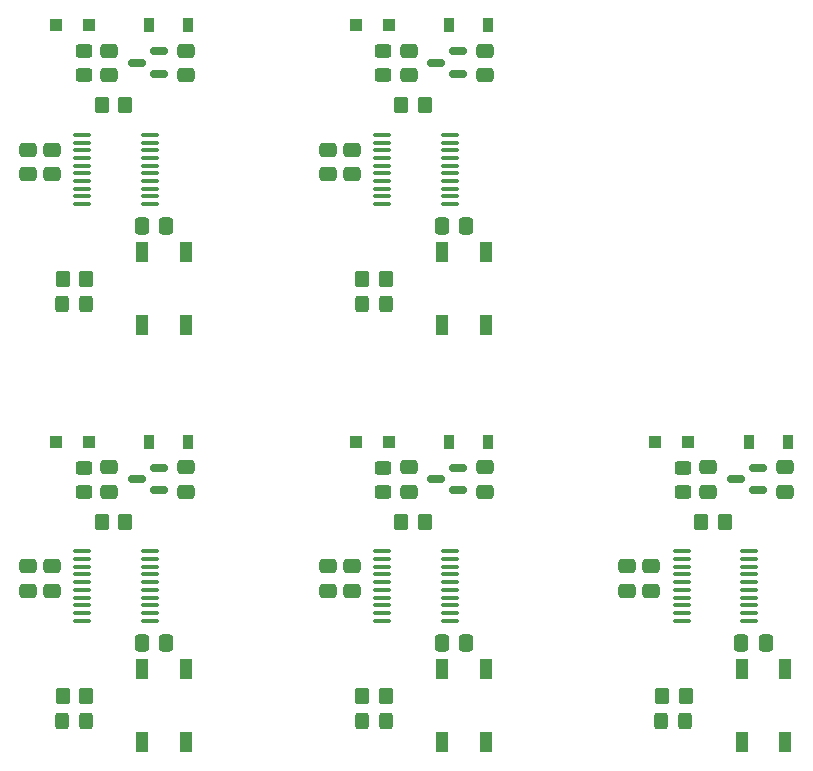
<source format=gbr>
%TF.GenerationSoftware,KiCad,Pcbnew,(6.0.8)*%
%TF.CreationDate,2022-11-08T11:05:07+01:00*%
%TF.ProjectId,STM32G030F6P6,53544d33-3247-4303-9330-463650362e6b,2.0*%
%TF.SameCoordinates,Original*%
%TF.FileFunction,Paste,Top*%
%TF.FilePolarity,Positive*%
%FSLAX46Y46*%
G04 Gerber Fmt 4.6, Leading zero omitted, Abs format (unit mm)*
G04 Created by KiCad (PCBNEW (6.0.8)) date 2022-11-08 11:05:07*
%MOMM*%
%LPD*%
G01*
G04 APERTURE LIST*
G04 Aperture macros list*
%AMRoundRect*
0 Rectangle with rounded corners*
0 $1 Rounding radius*
0 $2 $3 $4 $5 $6 $7 $8 $9 X,Y pos of 4 corners*
0 Add a 4 corners polygon primitive as box body*
4,1,4,$2,$3,$4,$5,$6,$7,$8,$9,$2,$3,0*
0 Add four circle primitives for the rounded corners*
1,1,$1+$1,$2,$3*
1,1,$1+$1,$4,$5*
1,1,$1+$1,$6,$7*
1,1,$1+$1,$8,$9*
0 Add four rect primitives between the rounded corners*
20,1,$1+$1,$2,$3,$4,$5,0*
20,1,$1+$1,$4,$5,$6,$7,0*
20,1,$1+$1,$6,$7,$8,$9,0*
20,1,$1+$1,$8,$9,$2,$3,0*%
G04 Aperture macros list end*
%ADD10RoundRect,0.250000X-0.475000X0.337500X-0.475000X-0.337500X0.475000X-0.337500X0.475000X0.337500X0*%
%ADD11RoundRect,0.250000X0.337500X0.475000X-0.337500X0.475000X-0.337500X-0.475000X0.337500X-0.475000X0*%
%ADD12RoundRect,0.250000X0.350000X0.450000X-0.350000X0.450000X-0.350000X-0.450000X0.350000X-0.450000X0*%
%ADD13R,0.900000X1.200000*%
%ADD14R,1.100000X1.100000*%
%ADD15RoundRect,0.150000X0.587500X0.150000X-0.587500X0.150000X-0.587500X-0.150000X0.587500X-0.150000X0*%
%ADD16RoundRect,0.100000X-0.637500X-0.100000X0.637500X-0.100000X0.637500X0.100000X-0.637500X0.100000X0*%
%ADD17R,1.100000X1.800000*%
%ADD18RoundRect,0.250000X-0.350000X-0.450000X0.350000X-0.450000X0.350000X0.450000X-0.350000X0.450000X0*%
%ADD19RoundRect,0.250000X0.450000X-0.325000X0.450000X0.325000X-0.450000X0.325000X-0.450000X-0.325000X0*%
%ADD20RoundRect,0.250000X-0.325000X-0.450000X0.325000X-0.450000X0.325000X0.450000X-0.325000X0.450000X0*%
G04 APERTURE END LIST*
D10*
%TO.C,C3*%
X32295100Y-64759600D03*
X32295100Y-66834600D03*
%TD*%
D11*
%TO.C,C4*%
X30664000Y-44352000D03*
X28589000Y-44352000D03*
%TD*%
D10*
%TO.C,C3*%
X32295100Y-29485600D03*
X32295100Y-31560600D03*
%TD*%
D12*
%TO.C,R1*%
X52560000Y-69339000D03*
X50560000Y-69339000D03*
%TD*%
D10*
%TO.C,C1*%
X18937000Y-37853500D03*
X18937000Y-39928500D03*
%TD*%
D13*
%TO.C,D1*%
X54592000Y-62608000D03*
X57892000Y-62608000D03*
%TD*%
D10*
%TO.C,C1*%
X44305000Y-73127500D03*
X44305000Y-75202500D03*
%TD*%
D14*
%TO.C,D2*%
X21321600Y-62608000D03*
X24121600Y-62608000D03*
%TD*%
D10*
%TO.C,C5*%
X25818100Y-29485600D03*
X25818100Y-31560600D03*
%TD*%
%TO.C,C5*%
X76554100Y-64759600D03*
X76554100Y-66834600D03*
%TD*%
%TO.C,C3*%
X57663100Y-64759600D03*
X57663100Y-66834600D03*
%TD*%
D15*
%TO.C,U1*%
X30009100Y-31433600D03*
X30009100Y-29533600D03*
X28134100Y-30483600D03*
%TD*%
D16*
%TO.C,U2*%
X23551500Y-71875000D03*
X23551500Y-72525000D03*
X23551500Y-73175000D03*
X23551500Y-73825000D03*
X23551500Y-74475000D03*
X23551500Y-75125000D03*
X23551500Y-75775000D03*
X23551500Y-76425000D03*
X23551500Y-77075000D03*
X23551500Y-77725000D03*
X29276500Y-77725000D03*
X29276500Y-77075000D03*
X29276500Y-76425000D03*
X29276500Y-75775000D03*
X29276500Y-75125000D03*
X29276500Y-74475000D03*
X29276500Y-73825000D03*
X29276500Y-73175000D03*
X29276500Y-72525000D03*
X29276500Y-71875000D03*
%TD*%
D14*
%TO.C,D2*%
X72057600Y-62608000D03*
X74857600Y-62608000D03*
%TD*%
D10*
%TO.C,C3*%
X57663100Y-29485600D03*
X57663100Y-31560600D03*
%TD*%
D17*
%TO.C,SW1*%
X28628000Y-46534000D03*
X28628000Y-52734000D03*
X32328000Y-46534000D03*
X32328000Y-52734000D03*
%TD*%
D15*
%TO.C,U1*%
X55377100Y-66707600D03*
X55377100Y-64807600D03*
X53502100Y-65757600D03*
%TD*%
D11*
%TO.C,C4*%
X30664000Y-79626000D03*
X28589000Y-79626000D03*
%TD*%
D18*
%TO.C,R2*%
X21890000Y-48822400D03*
X23890000Y-48822400D03*
%TD*%
D11*
%TO.C,C4*%
X56032000Y-44352000D03*
X53957000Y-44352000D03*
%TD*%
D10*
%TO.C,C5*%
X51186100Y-64759600D03*
X51186100Y-66834600D03*
%TD*%
D17*
%TO.C,SW1*%
X28628000Y-81808000D03*
X28628000Y-88008000D03*
X32328000Y-81808000D03*
X32328000Y-88008000D03*
%TD*%
D18*
%TO.C,R2*%
X72626000Y-84096400D03*
X74626000Y-84096400D03*
%TD*%
D10*
%TO.C,C2*%
X46337000Y-37853500D03*
X46337000Y-39928500D03*
%TD*%
D19*
%TO.C,D3*%
X23659100Y-31560600D03*
X23659100Y-29510600D03*
%TD*%
D15*
%TO.C,U1*%
X80745100Y-66707600D03*
X80745100Y-64807600D03*
X78870100Y-65757600D03*
%TD*%
D17*
%TO.C,SW1*%
X53996000Y-46534000D03*
X53996000Y-52734000D03*
X57696000Y-46534000D03*
X57696000Y-52734000D03*
%TD*%
D12*
%TO.C,R1*%
X77928000Y-69339000D03*
X75928000Y-69339000D03*
%TD*%
D16*
%TO.C,U2*%
X48919500Y-71875000D03*
X48919500Y-72525000D03*
X48919500Y-73175000D03*
X48919500Y-73825000D03*
X48919500Y-74475000D03*
X48919500Y-75125000D03*
X48919500Y-75775000D03*
X48919500Y-76425000D03*
X48919500Y-77075000D03*
X48919500Y-77725000D03*
X54644500Y-77725000D03*
X54644500Y-77075000D03*
X54644500Y-76425000D03*
X54644500Y-75775000D03*
X54644500Y-75125000D03*
X54644500Y-74475000D03*
X54644500Y-73825000D03*
X54644500Y-73175000D03*
X54644500Y-72525000D03*
X54644500Y-71875000D03*
%TD*%
%TO.C,U2*%
X23551500Y-36601000D03*
X23551500Y-37251000D03*
X23551500Y-37901000D03*
X23551500Y-38551000D03*
X23551500Y-39201000D03*
X23551500Y-39851000D03*
X23551500Y-40501000D03*
X23551500Y-41151000D03*
X23551500Y-41801000D03*
X23551500Y-42451000D03*
X29276500Y-42451000D03*
X29276500Y-41801000D03*
X29276500Y-41151000D03*
X29276500Y-40501000D03*
X29276500Y-39851000D03*
X29276500Y-39201000D03*
X29276500Y-38551000D03*
X29276500Y-37901000D03*
X29276500Y-37251000D03*
X29276500Y-36601000D03*
%TD*%
D18*
%TO.C,R2*%
X21890000Y-84096400D03*
X23890000Y-84096400D03*
%TD*%
D11*
%TO.C,C4*%
X81400000Y-79626000D03*
X79325000Y-79626000D03*
%TD*%
D18*
%TO.C,R2*%
X47258000Y-84096400D03*
X49258000Y-84096400D03*
%TD*%
D16*
%TO.C,U2*%
X48919500Y-36601000D03*
X48919500Y-37251000D03*
X48919500Y-37901000D03*
X48919500Y-38551000D03*
X48919500Y-39201000D03*
X48919500Y-39851000D03*
X48919500Y-40501000D03*
X48919500Y-41151000D03*
X48919500Y-41801000D03*
X48919500Y-42451000D03*
X54644500Y-42451000D03*
X54644500Y-41801000D03*
X54644500Y-41151000D03*
X54644500Y-40501000D03*
X54644500Y-39851000D03*
X54644500Y-39201000D03*
X54644500Y-38551000D03*
X54644500Y-37901000D03*
X54644500Y-37251000D03*
X54644500Y-36601000D03*
%TD*%
D13*
%TO.C,D1*%
X29224000Y-27334000D03*
X32524000Y-27334000D03*
%TD*%
D17*
%TO.C,SW1*%
X79364000Y-81808000D03*
X79364000Y-88008000D03*
X83064000Y-88008000D03*
X83064000Y-81808000D03*
%TD*%
D14*
%TO.C,D2*%
X21321600Y-27334000D03*
X24121600Y-27334000D03*
%TD*%
D12*
%TO.C,R1*%
X27192000Y-34065000D03*
X25192000Y-34065000D03*
%TD*%
D20*
%TO.C,D4*%
X21824000Y-86230000D03*
X23874000Y-86230000D03*
%TD*%
D11*
%TO.C,C4*%
X56032000Y-79626000D03*
X53957000Y-79626000D03*
%TD*%
D10*
%TO.C,C3*%
X83031100Y-64759600D03*
X83031100Y-66834600D03*
%TD*%
%TO.C,C2*%
X46337000Y-73127500D03*
X46337000Y-75202500D03*
%TD*%
D13*
%TO.C,D1*%
X29224000Y-62608000D03*
X32524000Y-62608000D03*
%TD*%
D10*
%TO.C,C1*%
X44305000Y-37853500D03*
X44305000Y-39928500D03*
%TD*%
D19*
%TO.C,D3*%
X23659100Y-66834600D03*
X23659100Y-64784600D03*
%TD*%
D15*
%TO.C,U1*%
X55377100Y-31433600D03*
X55377100Y-29533600D03*
X53502100Y-30483600D03*
%TD*%
D20*
%TO.C,D4*%
X47192000Y-50956000D03*
X49242000Y-50956000D03*
%TD*%
D10*
%TO.C,C2*%
X20969000Y-73127500D03*
X20969000Y-75202500D03*
%TD*%
D19*
%TO.C,D3*%
X49027100Y-66834600D03*
X49027100Y-64784600D03*
%TD*%
D10*
%TO.C,C5*%
X51186100Y-29485600D03*
X51186100Y-31560600D03*
%TD*%
D14*
%TO.C,D2*%
X46689600Y-62608000D03*
X49489600Y-62608000D03*
%TD*%
D19*
%TO.C,D3*%
X74395100Y-66834600D03*
X74395100Y-64784600D03*
%TD*%
D17*
%TO.C,SW1*%
X53996000Y-81808000D03*
X53996000Y-88008000D03*
X57696000Y-88008000D03*
X57696000Y-81808000D03*
%TD*%
D14*
%TO.C,D2*%
X46689600Y-27334000D03*
X49489600Y-27334000D03*
%TD*%
D10*
%TO.C,C2*%
X20969000Y-37853500D03*
X20969000Y-39928500D03*
%TD*%
%TO.C,C5*%
X25818100Y-64759600D03*
X25818100Y-66834600D03*
%TD*%
D12*
%TO.C,R1*%
X27192000Y-69339000D03*
X25192000Y-69339000D03*
%TD*%
D13*
%TO.C,D1*%
X54592000Y-27334000D03*
X57892000Y-27334000D03*
%TD*%
D10*
%TO.C,C2*%
X71705000Y-73127500D03*
X71705000Y-75202500D03*
%TD*%
D12*
%TO.C,R1*%
X52560000Y-34065000D03*
X50560000Y-34065000D03*
%TD*%
D10*
%TO.C,C1*%
X69673000Y-73127500D03*
X69673000Y-75202500D03*
%TD*%
D18*
%TO.C,R2*%
X47258000Y-48822400D03*
X49258000Y-48822400D03*
%TD*%
D19*
%TO.C,D3*%
X49027100Y-31560600D03*
X49027100Y-29510600D03*
%TD*%
D20*
%TO.C,D4*%
X72560000Y-86230000D03*
X74610000Y-86230000D03*
%TD*%
D15*
%TO.C,U1*%
X30009100Y-66707600D03*
X30009100Y-64807600D03*
X28134100Y-65757600D03*
%TD*%
D20*
%TO.C,D4*%
X21824000Y-50956000D03*
X23874000Y-50956000D03*
%TD*%
D13*
%TO.C,D1*%
X79960000Y-62608000D03*
X83260000Y-62608000D03*
%TD*%
D10*
%TO.C,C1*%
X18937000Y-73127500D03*
X18937000Y-75202500D03*
%TD*%
D20*
%TO.C,D4*%
X47192000Y-86230000D03*
X49242000Y-86230000D03*
%TD*%
D16*
%TO.C,U2*%
X74287500Y-71875000D03*
X74287500Y-72525000D03*
X74287500Y-73175000D03*
X74287500Y-73825000D03*
X74287500Y-74475000D03*
X74287500Y-75125000D03*
X74287500Y-75775000D03*
X74287500Y-76425000D03*
X74287500Y-77075000D03*
X74287500Y-77725000D03*
X80012500Y-77725000D03*
X80012500Y-77075000D03*
X80012500Y-76425000D03*
X80012500Y-75775000D03*
X80012500Y-75125000D03*
X80012500Y-74475000D03*
X80012500Y-73825000D03*
X80012500Y-73175000D03*
X80012500Y-72525000D03*
X80012500Y-71875000D03*
%TD*%
M02*

</source>
